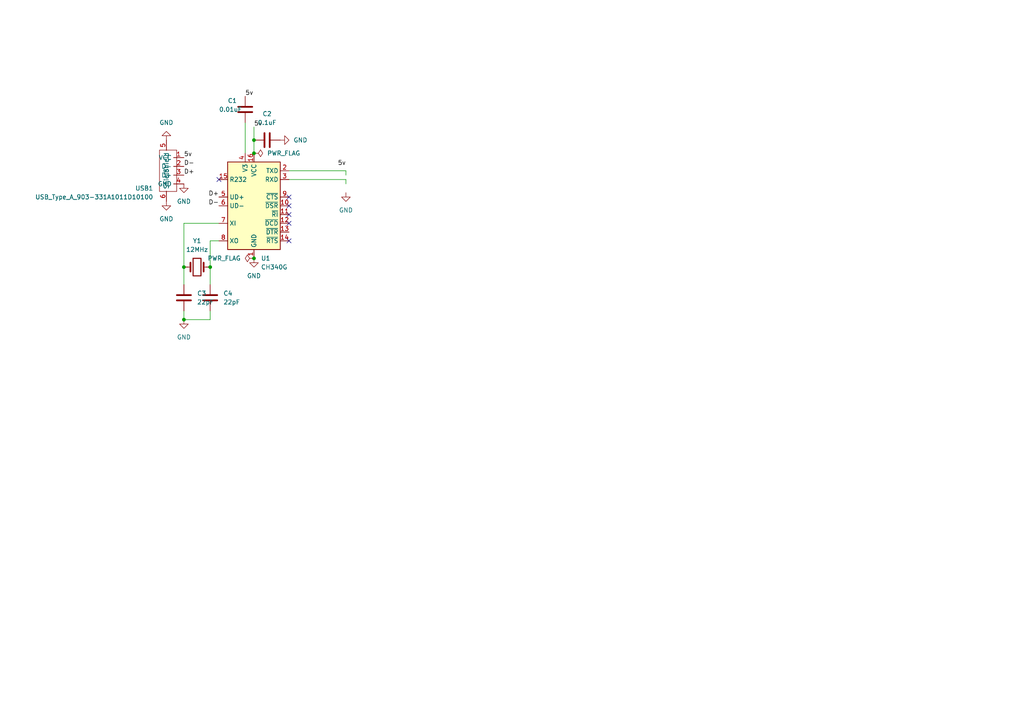
<source format=kicad_sch>
(kicad_sch (version 20211123) (generator eeschema)
  (paper "A4")
  (lib_symbols
    (symbol "Device:C" (pin_numbers hide) (pin_names (offset 0.254))
      (property "Reference" "C" (at 0.635 2.54 0))
      (property "Value" "C" (at 0.635 -2.54 0))
      (symbol "C_0_1"
        (polyline (pts (xy -2.032 -0.762) (xy 2.032 -0.762)) (stroke (width 0.508)))
        (polyline (pts (xy -2.032 0.762) (xy 2.032 0.762)) (stroke (width 0.508)))
      )
      (symbol "C_1_1"
        (pin passive line (at 0 3.81 270) (length 2.794) (name "~") (number "1"))
        (pin passive line (at 0 -3.81 90) (length 2.794) (name "~") (number "2"))
      )
    )
    (symbol "Device:Crystal" (pin_numbers hide) (pin_names (offset 1.016) hide)
      (property "Reference" "Y" (at 0 3.81 0))
      (property "Value" "Crystal" (at 0 -3.81 0))
      (symbol "Crystal_0_1"
        (rectangle (start -1.143 2.54) (end 1.143 -2.54) (stroke (width 0.3048)))
        (polyline (pts (xy -2.54 0) (xy -1.905 0)))
        (polyline (pts (xy -1.905 -1.27) (xy -1.905 1.27)) (stroke (width 0.508)))
        (polyline (pts (xy 1.905 -1.27) (xy 1.905 1.27)) (stroke (width 0.508)))
        (polyline (pts (xy 2.54 0) (xy 1.905 0)))
      )
      (symbol "Crystal_1_1"
        (pin passive line (at -3.81 0 0) (length 1.27) (name "1") (number "1"))
        (pin passive line (at 3.81 0 180) (length 1.27) (name "2") (number "2"))
      )
    )
    (symbol "Interface_USB:CH340G"
      (property "Reference" "U" (at -5.08 13.97 0))
      (property "Value" "CH340G" (at 1.27 13.97 0))
      (symbol "CH340G_0_1"
        (rectangle (start -7.62 12.7) (end 7.62 -12.7) (stroke (width 0.254)) (fill (type background)))
      )
      (symbol "CH340G_1_1"
        (pin power_in line (at 0 -15.24 90) (length 2.54) (name "GND") (number "1"))
        (pin input line (at 10.16 0 180) (length 2.54) (name "~{DSR}") (number "10"))
        (pin input line (at 10.16 -2.54 180) (length 2.54) (name "~{RI}") (number "11"))
        (pin input line (at 10.16 -5.08 180) (length 2.54) (name "~{DCD}") (number "12"))
        (pin output line (at 10.16 -7.62 180) (length 2.54) (name "~{DTR}") (number "13"))
        (pin output line (at 10.16 -10.16 180) (length 2.54) (name "~{RTS}") (number "14"))
        (pin input line (at -10.16 7.62 0) (length 2.54) (name "R232") (number "15"))
        (pin power_in line (at 0 15.24 270) (length 2.54) (name "VCC") (number "16"))
        (pin output line (at 10.16 10.16 180) (length 2.54) (name "TXD") (number "2"))
        (pin input line (at 10.16 7.62 180) (length 2.54) (name "RXD") (number "3"))
        (pin passive line (at -2.54 15.24 270) (length 2.54) (name "V3") (number "4"))
        (pin bidirectional line (at -10.16 2.54 0) (length 2.54) (name "UD+") (number "5"))
        (pin bidirectional line (at -10.16 0 0) (length 2.54) (name "UD-") (number "6"))
        (pin input line (at -10.16 -5.08 0) (length 2.54) (name "XI") (number "7"))
        (pin output line (at -10.16 -10.16 0) (length 2.54) (name "XO") (number "8"))
        (pin input line (at 10.16 2.54 180) (length 2.54) (name "~{CTS}") (number "9"))
      )
    )
    (symbol "PiE_Symbols:USB_Type_A_903-331A1011D10100"
      (property "Reference" "USB" (at 0 10 0))
      (property "Value" "USB_Type_A_903-331A1011D10100" (at 1 12 0))
      (symbol "USB_Type_A_903-331A1011D10100_0_1"
        (rectangle (start -6 2) (end 6 -3))
      )
      (symbol "USB_Type_A_903-331A1011D10100_1_1"
        (pin passive line (at 3.81 -5.08 90) (length 3) (name "VCC") (number "1"))
        (pin passive line (at 1.27 -5.08 90) (length 3) (name "D-") (number "2"))
        (pin passive line (at -1.27 -5.08 90) (length 3) (name "D+") (number "3"))
        (pin passive line (at -3.81 -5.08 90) (length 3) (name "GND") (number "4"))
        (pin passive line (at 8.89 0 180) (length 3) (name "Shield") (number "5"))
        (pin passive line (at -8.89 0 0) (length 3) (name "Shield") (number "6"))
      )
    )
    (symbol "power:GND" (power) (pin_names (offset 0))
      (property "Value" "GND" (at 0 -3.81 0))
      (symbol "GND_0_1"
        (polyline (pts (xy 0 0) (xy 0 -1.27) (xy 1.27 -1.27) (xy 0 -2.54) (xy -1.27 -1.27) (xy 0 -1.27)))
      )
      (symbol "GND_1_1"
        (pin power_in line (at 0 0 270) (length 0) hide (name "GND") (number "1"))
      )
    )
    (symbol "power:PWR_FLAG" (power) (pin_numbers hide) (pin_names (offset 0) hide)
      (property "Value" "PWR_FLAG" (at 0 3.81 0))
      (symbol "PWR_FLAG_0_0"
        (pin power_out line (at 0 0 90) (length 0) (name "pwr") (number "1"))
      )
      (symbol "PWR_FLAG_0_1"
        (polyline (pts (xy 0 0) (xy 0 1.27) (xy -1.016 1.905) (xy 0 2.54) (xy 1.016 1.905) (xy 0 1.27)))
      )
    )
  )
  (junction (at 53.34 77.47))
  (junction (at 73.66 44.45))
  (junction (at 73.66 74.93))
  (junction (at 53.34 92.71))
  (junction (at 60.96 77.47))
  (junction (at 73.66 40.64))
  (no_connect (at 83.82 57.15))
  (no_connect (at 83.82 69.85))
  (no_connect (at 83.82 62.23))
  (no_connect (at 63.5 52.07))
  (no_connect (at 83.82 59.69))
  (no_connect (at 83.82 64.77))
  (wire (pts (xy 63.5 64.77) (xy 53.34 64.77)))
  (wire (pts (xy 100.33 52.07) (xy 100.33 53.34)))
  (wire (pts (xy 60.96 77.47) (xy 60.96 82.55)))
  (wire (pts (xy 83.82 49.53) (xy 100.33 49.53)))
  (wire (pts (xy 73.66 40.64) (xy 73.66 44.45)))
  (wire (pts (xy 53.34 77.47) (xy 53.34 82.55)))
  (wire (pts (xy 63.5 69.85) (xy 60.96 69.85)))
  (wire (pts (xy 73.66 36.83) (xy 73.66 40.64)))
  (wire (pts (xy 53.34 64.77) (xy 53.34 77.47)))
  (wire (pts (xy 60.96 69.85) (xy 60.96 77.47)))
  (wire (pts (xy 100.33 49.53) (xy 100.33 50.8)))
  (wire (pts (xy 53.34 90.17) (xy 53.34 92.71)))
  (wire (pts (xy 60.96 92.71) (xy 60.96 90.17)))
  (wire (pts (xy 83.82 52.07) (xy 100.33 52.07)))
  (wire (pts (xy 71.12 35.56) (xy 71.12 44.45)))
  (wire (pts (xy 53.34 92.71) (xy 60.96 92.71)))
  (label "5v" (at 53.34 45.72 0))
  (label "D+" (at 53.34 50.8 0))
  (label "D-" (at 63.5 59.69 180))
  (label "5v" (at 73.66 36.83 0))
  (label "D+" (at 63.5 57.15 180))
  (label "5v" (at 100.33 48.26 180))
  (label "D-" (at 53.34 48.26 0))
  (label "5v" (at 71.12 27.94 0))
  (symbol (lib_id "Device:C") (at 71.12 31.75 180) (unit 1)
    (property "Reference" "C1" (at 66.04 29.21 0) (effects (justify right)))
    (property "Value" "0.01uF" (at 63.5 31.75 0) (effects (justify right)))
    (property "Footprint" "Capacitor_SMD:C_0603_1608Metric" (effects hide))
  )
  (symbol (lib_id "power:PWR_FLAG") (at 73.66 74.93 90) (unit 1)
    (property "Reference" "#FLG0102" (effects hide))
    (property "Value" "PWR_FLAG" (at 69.85 74.9299 90) (effects (justify left)))
  )
  (symbol (lib_id "power:GND") (at 81.28 40.64 90) (unit 1)
    (property "Reference" "#PWR0103" (effects hide))
    (property "Value" "GND" (at 85.09 40.6399 90) (effects (justify right)))
  )
  (symbol (lib_id "Device:Crystal") (at 57.15 77.47 0) (unit 1)
    (property "Reference" "Y1" (at 57.15 69.85 0))
    (property "Value" "12MHz" (at 57.15 72.39 0))
    (property "Footprint" "Crystal:Crystal_HC49-U_Vertical" (effects hide))
  )
  (symbol (lib_id "Device:C") (at 53.34 86.36 0) (unit 1)
    (property "Reference" "C3" (at 57.15 85.0899 0) (effects (justify left)))
    (property "Value" "22pF" (at 57.15 87.6299 0) (effects (justify left)))
    (property "Footprint" "Capacitor_SMD:C_0603_1608Metric" (effects hide))
  )
  (symbol (lib_id "power:GND") (at 100.33 55.88 0) (unit 1)
    (property "Reference" "#PWR0101" (effects hide))
    (property "Value" "GND" (at 100.33 60.96 0))
  )
  (symbol (lib_id "power:GND") (at 53.34 92.71 0) (unit 1)
    (property "Reference" "#PWR0102" (effects hide))
    (property "Value" "GND" (at 53.34 97.79 0))
  )
  (symbol (lib_id "power:GND") (at 53.34 53.34 0) (unit 1)
    (property "Reference" "#PWR0108" (effects hide))
    (property "Value" "GND" (at 53.34 58.42 0))
  )
  (symbol (lib_id "Interface_USB:CH340G") (at 73.66 59.69 0) (unit 1)
    (property "Reference" "U1" (at 75.6794 74.93 0) (effects (justify left)))
    (property "Value" "CH340G" (at 75.6794 77.47 0) (effects (justify left)))
    (property "Footprint" "Package_SO:SOIC-16_3.9x9.9mm_P1.27mm" (effects hide))
    (property "Datasheet" "http://www.datasheet5.com/pdf-local-2195953" (effects hide))
  )
  (symbol (lib_id "power:GND") (at 73.66 74.93 0) (unit 1)
    (property "Reference" "#PWR0104" (effects hide))
    (property "Value" "GND" (at 73.66 80.01 0))
  )
  (symbol (lib_id "PiE_Symbols:USB_Type_A_903-331A1011D10100") (at 48.26 49.53 90) (unit 1)
    (property "Reference" "USB1" (at 44.45 54.61 90) (effects (justify left)))
    (property "Value" "USB_Type_A_903-331A1011D10100" (at 44.45 57.15 90) (effects (justify left)))
    (property "Footprint" "PiE_Footprints:USB-A_female" (effects hide))
  )
  (symbol (lib_id "power:GND") (at 48.26 58.42 0) (unit 1)
    (property "Reference" "#PWR0107" (effects hide))
    (property "Value" "GND" (at 48.26 63.5 0))
  )
  (symbol (lib_id "power:GND") (at 48.26 40.64 180) (unit 1)
    (property "Reference" "#PWR0106" (effects hide))
    (property "Value" "GND" (at 48.26 35.56 0))
  )
  (symbol (lib_id "Device:C") (at 77.47 40.64 90) (unit 1)
    (property "Reference" "C2" (at 77.47 33.02 90))
    (property "Value" "0.1uF" (at 77.47 35.56 90))
    (property "Footprint" "Capacitor_SMD:C_0603_1608Metric" (effects hide))
  )
  (symbol (lib_id "Device:C") (at 60.96 86.36 0) (unit 1)
    (property "Reference" "C4" (at 64.77 85.0899 0) (effects (justify left)))
    (property "Value" "22pF" (at 64.77 87.6299 0) (effects (justify left)))
    (property "Footprint" "Capacitor_SMD:C_0603_1608Metric" (effects hide))
  )
  (symbol (lib_id "power:PWR_FLAG") (at 73.66 44.45 270) (unit 1)
    (property "Reference" "#FLG0101" (effects hide))
    (property "Value" "PWR_FLAG" (at 77.47 44.4499 90) (effects (justify left)))
  )
)
</source>
